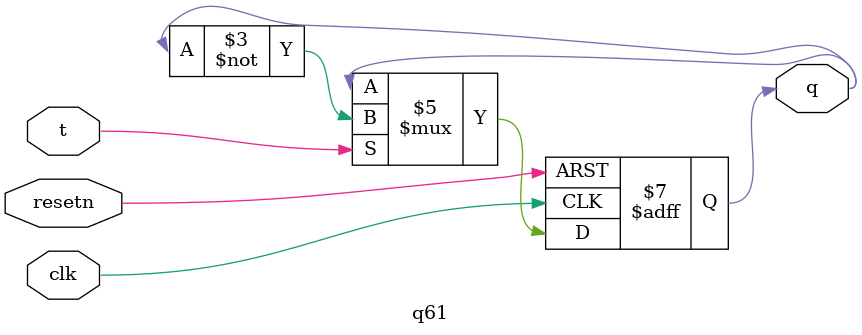
<source format=v>
module q61(t,clk,resetn,q);
input t,clk,resetn;
output q;
reg q;
always @(negedge clk or negedge resetn)
if(!resetn)
q<=0;
else
if(t)
q<=~q;
else
q<=q;
endmodule
</source>
